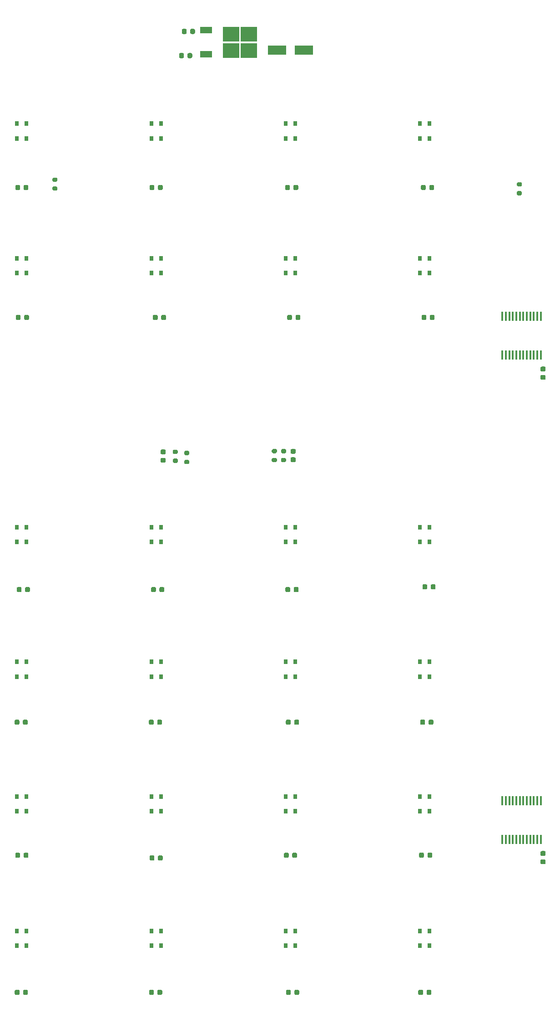
<source format=gbr>
%TF.GenerationSoftware,KiCad,Pcbnew,(5.1.7-0-10_14)*%
%TF.CreationDate,2021-09-21T18:25:25-03:00*%
%TF.ProjectId,Faduino-1,46616475-696e-46f2-9d31-2e6b69636164,1*%
%TF.SameCoordinates,Original*%
%TF.FileFunction,Paste,Top*%
%TF.FilePolarity,Positive*%
%FSLAX46Y46*%
G04 Gerber Fmt 4.6, Leading zero omitted, Abs format (unit mm)*
G04 Created by KiCad (PCBNEW (5.1.7-0-10_14)) date 2021-09-21 18:25:25*
%MOMM*%
%LPD*%
G01*
G04 APERTURE LIST*
%ADD10R,0.450000X1.750000*%
%ADD11R,0.800000X0.950000*%
%ADD12R,3.500000X1.800000*%
%ADD13R,3.050000X2.750000*%
%ADD14R,2.200000X1.200000*%
G04 APERTURE END LIST*
D10*
%TO.C,Mux_2*%
X171575000Y-181600000D03*
X170925000Y-181600000D03*
X170275000Y-181600000D03*
X169625000Y-181600000D03*
X168975000Y-181600000D03*
X168325000Y-181600000D03*
X167675000Y-181600000D03*
X167025000Y-181600000D03*
X166375000Y-181600000D03*
X165725000Y-181600000D03*
X165075000Y-181600000D03*
X164425000Y-181600000D03*
X164425000Y-174400000D03*
X165075000Y-174400000D03*
X165725000Y-174400000D03*
X166375000Y-174400000D03*
X167025000Y-174400000D03*
X167675000Y-174400000D03*
X168325000Y-174400000D03*
X168975000Y-174400000D03*
X169625000Y-174400000D03*
X170275000Y-174400000D03*
X170925000Y-174400000D03*
X171575000Y-174400000D03*
%TD*%
%TO.C,Mux_1*%
X171575000Y-91600000D03*
X170925000Y-91600000D03*
X170275000Y-91600000D03*
X169625000Y-91600000D03*
X168975000Y-91600000D03*
X168325000Y-91600000D03*
X167675000Y-91600000D03*
X167025000Y-91600000D03*
X166375000Y-91600000D03*
X165725000Y-91600000D03*
X165075000Y-91600000D03*
X164425000Y-91600000D03*
X164425000Y-84400000D03*
X165075000Y-84400000D03*
X165725000Y-84400000D03*
X166375000Y-84400000D03*
X167025000Y-84400000D03*
X167675000Y-84400000D03*
X168325000Y-84400000D03*
X168975000Y-84400000D03*
X169625000Y-84400000D03*
X170275000Y-84400000D03*
X170925000Y-84400000D03*
X171575000Y-84400000D03*
%TD*%
%TO.C,C6*%
G36*
G01*
X100935000Y-84890000D02*
X100935000Y-84390000D01*
G75*
G02*
X101160000Y-84165000I225000J0D01*
G01*
X101610000Y-84165000D01*
G75*
G02*
X101835000Y-84390000I0J-225000D01*
G01*
X101835000Y-84890000D01*
G75*
G02*
X101610000Y-85115000I-225000J0D01*
G01*
X101160000Y-85115000D01*
G75*
G02*
X100935000Y-84890000I0J225000D01*
G01*
G37*
G36*
G01*
X99385000Y-84890000D02*
X99385000Y-84390000D01*
G75*
G02*
X99610000Y-84165000I225000J0D01*
G01*
X100060000Y-84165000D01*
G75*
G02*
X100285000Y-84390000I0J-225000D01*
G01*
X100285000Y-84890000D01*
G75*
G02*
X100060000Y-85115000I-225000J0D01*
G01*
X99610000Y-85115000D01*
G75*
G02*
X99385000Y-84890000I0J225000D01*
G01*
G37*
%TD*%
%TO.C,C5*%
G36*
G01*
X74785000Y-84390000D02*
X74785000Y-84890000D01*
G75*
G02*
X74560000Y-85115000I-225000J0D01*
G01*
X74110000Y-85115000D01*
G75*
G02*
X73885000Y-84890000I0J225000D01*
G01*
X73885000Y-84390000D01*
G75*
G02*
X74110000Y-84165000I225000J0D01*
G01*
X74560000Y-84165000D01*
G75*
G02*
X74785000Y-84390000I0J-225000D01*
G01*
G37*
G36*
G01*
X76335000Y-84390000D02*
X76335000Y-84890000D01*
G75*
G02*
X76110000Y-85115000I-225000J0D01*
G01*
X75660000Y-85115000D01*
G75*
G02*
X75435000Y-84890000I0J225000D01*
G01*
X75435000Y-84390000D01*
G75*
G02*
X75660000Y-84165000I225000J0D01*
G01*
X76110000Y-84165000D01*
G75*
G02*
X76335000Y-84390000I0J-225000D01*
G01*
G37*
%TD*%
%TO.C,C8*%
G36*
G01*
X150935000Y-84890000D02*
X150935000Y-84390000D01*
G75*
G02*
X151160000Y-84165000I225000J0D01*
G01*
X151610000Y-84165000D01*
G75*
G02*
X151835000Y-84390000I0J-225000D01*
G01*
X151835000Y-84890000D01*
G75*
G02*
X151610000Y-85115000I-225000J0D01*
G01*
X151160000Y-85115000D01*
G75*
G02*
X150935000Y-84890000I0J225000D01*
G01*
G37*
G36*
G01*
X149385000Y-84890000D02*
X149385000Y-84390000D01*
G75*
G02*
X149610000Y-84165000I225000J0D01*
G01*
X150060000Y-84165000D01*
G75*
G02*
X150285000Y-84390000I0J-225000D01*
G01*
X150285000Y-84890000D01*
G75*
G02*
X150060000Y-85115000I-225000J0D01*
G01*
X149610000Y-85115000D01*
G75*
G02*
X149385000Y-84890000I0J225000D01*
G01*
G37*
%TD*%
%TO.C,C7*%
G36*
G01*
X125935000Y-84890000D02*
X125935000Y-84390000D01*
G75*
G02*
X126160000Y-84165000I225000J0D01*
G01*
X126610000Y-84165000D01*
G75*
G02*
X126835000Y-84390000I0J-225000D01*
G01*
X126835000Y-84890000D01*
G75*
G02*
X126610000Y-85115000I-225000J0D01*
G01*
X126160000Y-85115000D01*
G75*
G02*
X125935000Y-84890000I0J225000D01*
G01*
G37*
G36*
G01*
X124385000Y-84890000D02*
X124385000Y-84390000D01*
G75*
G02*
X124610000Y-84165000I225000J0D01*
G01*
X125060000Y-84165000D01*
G75*
G02*
X125285000Y-84390000I0J-225000D01*
G01*
X125285000Y-84890000D01*
G75*
G02*
X125060000Y-85115000I-225000J0D01*
G01*
X124610000Y-85115000D01*
G75*
G02*
X124385000Y-84890000I0J225000D01*
G01*
G37*
%TD*%
%TO.C,C_mux_1*%
G36*
G01*
X171750000Y-95325000D02*
X172250000Y-95325000D01*
G75*
G02*
X172475000Y-95550000I0J-225000D01*
G01*
X172475000Y-96000000D01*
G75*
G02*
X172250000Y-96225000I-225000J0D01*
G01*
X171750000Y-96225000D01*
G75*
G02*
X171525000Y-96000000I0J225000D01*
G01*
X171525000Y-95550000D01*
G75*
G02*
X171750000Y-95325000I225000J0D01*
G01*
G37*
G36*
G01*
X171750000Y-93775000D02*
X172250000Y-93775000D01*
G75*
G02*
X172475000Y-94000000I0J-225000D01*
G01*
X172475000Y-94450000D01*
G75*
G02*
X172250000Y-94675000I-225000J0D01*
G01*
X171750000Y-94675000D01*
G75*
G02*
X171525000Y-94450000I0J225000D01*
G01*
X171525000Y-94000000D01*
G75*
G02*
X171750000Y-93775000I225000J0D01*
G01*
G37*
%TD*%
%TO.C,C_mux_2*%
G36*
G01*
X171750000Y-185325000D02*
X172250000Y-185325000D01*
G75*
G02*
X172475000Y-185550000I0J-225000D01*
G01*
X172475000Y-186000000D01*
G75*
G02*
X172250000Y-186225000I-225000J0D01*
G01*
X171750000Y-186225000D01*
G75*
G02*
X171525000Y-186000000I0J225000D01*
G01*
X171525000Y-185550000D01*
G75*
G02*
X171750000Y-185325000I225000J0D01*
G01*
G37*
G36*
G01*
X171750000Y-183775000D02*
X172250000Y-183775000D01*
G75*
G02*
X172475000Y-184000000I0J-225000D01*
G01*
X172475000Y-184450000D01*
G75*
G02*
X172250000Y-184675000I-225000J0D01*
G01*
X171750000Y-184675000D01*
G75*
G02*
X171525000Y-184450000I0J225000D01*
G01*
X171525000Y-184000000D01*
G75*
G02*
X171750000Y-183775000I225000J0D01*
G01*
G37*
%TD*%
%TO.C,C_pwr_1*%
G36*
G01*
X105675000Y-31250000D02*
X105675000Y-31750000D01*
G75*
G02*
X105450000Y-31975000I-225000J0D01*
G01*
X105000000Y-31975000D01*
G75*
G02*
X104775000Y-31750000I0J225000D01*
G01*
X104775000Y-31250000D01*
G75*
G02*
X105000000Y-31025000I225000J0D01*
G01*
X105450000Y-31025000D01*
G75*
G02*
X105675000Y-31250000I0J-225000D01*
G01*
G37*
G36*
G01*
X107225000Y-31250000D02*
X107225000Y-31750000D01*
G75*
G02*
X107000000Y-31975000I-225000J0D01*
G01*
X106550000Y-31975000D01*
G75*
G02*
X106325000Y-31750000I0J225000D01*
G01*
X106325000Y-31250000D01*
G75*
G02*
X106550000Y-31025000I225000J0D01*
G01*
X107000000Y-31025000D01*
G75*
G02*
X107225000Y-31250000I0J-225000D01*
G01*
G37*
%TD*%
%TO.C,C_pwr_2*%
G36*
G01*
X105175000Y-35750000D02*
X105175000Y-36250000D01*
G75*
G02*
X104950000Y-36475000I-225000J0D01*
G01*
X104500000Y-36475000D01*
G75*
G02*
X104275000Y-36250000I0J225000D01*
G01*
X104275000Y-35750000D01*
G75*
G02*
X104500000Y-35525000I225000J0D01*
G01*
X104950000Y-35525000D01*
G75*
G02*
X105175000Y-35750000I0J-225000D01*
G01*
G37*
G36*
G01*
X106725000Y-35750000D02*
X106725000Y-36250000D01*
G75*
G02*
X106500000Y-36475000I-225000J0D01*
G01*
X106050000Y-36475000D01*
G75*
G02*
X105825000Y-36250000I0J225000D01*
G01*
X105825000Y-35750000D01*
G75*
G02*
X106050000Y-35525000I225000J0D01*
G01*
X106500000Y-35525000D01*
G75*
G02*
X106725000Y-35750000I0J-225000D01*
G01*
G37*
%TD*%
%TO.C,C1*%
G36*
G01*
X75325000Y-60750000D02*
X75325000Y-60250000D01*
G75*
G02*
X75550000Y-60025000I225000J0D01*
G01*
X76000000Y-60025000D01*
G75*
G02*
X76225000Y-60250000I0J-225000D01*
G01*
X76225000Y-60750000D01*
G75*
G02*
X76000000Y-60975000I-225000J0D01*
G01*
X75550000Y-60975000D01*
G75*
G02*
X75325000Y-60750000I0J225000D01*
G01*
G37*
G36*
G01*
X73775000Y-60750000D02*
X73775000Y-60250000D01*
G75*
G02*
X74000000Y-60025000I225000J0D01*
G01*
X74450000Y-60025000D01*
G75*
G02*
X74675000Y-60250000I0J-225000D01*
G01*
X74675000Y-60750000D01*
G75*
G02*
X74450000Y-60975000I-225000J0D01*
G01*
X74000000Y-60975000D01*
G75*
G02*
X73775000Y-60750000I0J225000D01*
G01*
G37*
%TD*%
%TO.C,C13*%
G36*
G01*
X125605000Y-135450000D02*
X125605000Y-134950000D01*
G75*
G02*
X125830000Y-134725000I225000J0D01*
G01*
X126280000Y-134725000D01*
G75*
G02*
X126505000Y-134950000I0J-225000D01*
G01*
X126505000Y-135450000D01*
G75*
G02*
X126280000Y-135675000I-225000J0D01*
G01*
X125830000Y-135675000D01*
G75*
G02*
X125605000Y-135450000I0J225000D01*
G01*
G37*
G36*
G01*
X124055000Y-135450000D02*
X124055000Y-134950000D01*
G75*
G02*
X124280000Y-134725000I225000J0D01*
G01*
X124730000Y-134725000D01*
G75*
G02*
X124955000Y-134950000I0J-225000D01*
G01*
X124955000Y-135450000D01*
G75*
G02*
X124730000Y-135675000I-225000J0D01*
G01*
X124280000Y-135675000D01*
G75*
G02*
X124055000Y-135450000I0J225000D01*
G01*
G37*
%TD*%
%TO.C,C2*%
G36*
G01*
X100325000Y-60750000D02*
X100325000Y-60250000D01*
G75*
G02*
X100550000Y-60025000I225000J0D01*
G01*
X101000000Y-60025000D01*
G75*
G02*
X101225000Y-60250000I0J-225000D01*
G01*
X101225000Y-60750000D01*
G75*
G02*
X101000000Y-60975000I-225000J0D01*
G01*
X100550000Y-60975000D01*
G75*
G02*
X100325000Y-60750000I0J225000D01*
G01*
G37*
G36*
G01*
X98775000Y-60750000D02*
X98775000Y-60250000D01*
G75*
G02*
X99000000Y-60025000I225000J0D01*
G01*
X99450000Y-60025000D01*
G75*
G02*
X99675000Y-60250000I0J-225000D01*
G01*
X99675000Y-60750000D01*
G75*
G02*
X99450000Y-60975000I-225000J0D01*
G01*
X99000000Y-60975000D01*
G75*
G02*
X98775000Y-60750000I0J225000D01*
G01*
G37*
%TD*%
%TO.C,C14*%
G36*
G01*
X151105000Y-134950000D02*
X151105000Y-134450000D01*
G75*
G02*
X151330000Y-134225000I225000J0D01*
G01*
X151780000Y-134225000D01*
G75*
G02*
X152005000Y-134450000I0J-225000D01*
G01*
X152005000Y-134950000D01*
G75*
G02*
X151780000Y-135175000I-225000J0D01*
G01*
X151330000Y-135175000D01*
G75*
G02*
X151105000Y-134950000I0J225000D01*
G01*
G37*
G36*
G01*
X149555000Y-134950000D02*
X149555000Y-134450000D01*
G75*
G02*
X149780000Y-134225000I225000J0D01*
G01*
X150230000Y-134225000D01*
G75*
G02*
X150455000Y-134450000I0J-225000D01*
G01*
X150455000Y-134950000D01*
G75*
G02*
X150230000Y-135175000I-225000J0D01*
G01*
X149780000Y-135175000D01*
G75*
G02*
X149555000Y-134950000I0J225000D01*
G01*
G37*
%TD*%
%TO.C,C3*%
G36*
G01*
X125550000Y-60750000D02*
X125550000Y-60250000D01*
G75*
G02*
X125775000Y-60025000I225000J0D01*
G01*
X126225000Y-60025000D01*
G75*
G02*
X126450000Y-60250000I0J-225000D01*
G01*
X126450000Y-60750000D01*
G75*
G02*
X126225000Y-60975000I-225000J0D01*
G01*
X125775000Y-60975000D01*
G75*
G02*
X125550000Y-60750000I0J225000D01*
G01*
G37*
G36*
G01*
X124000000Y-60750000D02*
X124000000Y-60250000D01*
G75*
G02*
X124225000Y-60025000I225000J0D01*
G01*
X124675000Y-60025000D01*
G75*
G02*
X124900000Y-60250000I0J-225000D01*
G01*
X124900000Y-60750000D01*
G75*
G02*
X124675000Y-60975000I-225000J0D01*
G01*
X124225000Y-60975000D01*
G75*
G02*
X124000000Y-60750000I0J225000D01*
G01*
G37*
%TD*%
%TO.C,C15*%
G36*
G01*
X75195000Y-160090000D02*
X75195000Y-159590000D01*
G75*
G02*
X75420000Y-159365000I225000J0D01*
G01*
X75870000Y-159365000D01*
G75*
G02*
X76095000Y-159590000I0J-225000D01*
G01*
X76095000Y-160090000D01*
G75*
G02*
X75870000Y-160315000I-225000J0D01*
G01*
X75420000Y-160315000D01*
G75*
G02*
X75195000Y-160090000I0J225000D01*
G01*
G37*
G36*
G01*
X73645000Y-160090000D02*
X73645000Y-159590000D01*
G75*
G02*
X73870000Y-159365000I225000J0D01*
G01*
X74320000Y-159365000D01*
G75*
G02*
X74545000Y-159590000I0J-225000D01*
G01*
X74545000Y-160090000D01*
G75*
G02*
X74320000Y-160315000I-225000J0D01*
G01*
X73870000Y-160315000D01*
G75*
G02*
X73645000Y-160090000I0J225000D01*
G01*
G37*
%TD*%
%TO.C,C4*%
G36*
G01*
X150175000Y-60250000D02*
X150175000Y-60750000D01*
G75*
G02*
X149950000Y-60975000I-225000J0D01*
G01*
X149500000Y-60975000D01*
G75*
G02*
X149275000Y-60750000I0J225000D01*
G01*
X149275000Y-60250000D01*
G75*
G02*
X149500000Y-60025000I225000J0D01*
G01*
X149950000Y-60025000D01*
G75*
G02*
X150175000Y-60250000I0J-225000D01*
G01*
G37*
G36*
G01*
X151725000Y-60250000D02*
X151725000Y-60750000D01*
G75*
G02*
X151500000Y-60975000I-225000J0D01*
G01*
X151050000Y-60975000D01*
G75*
G02*
X150825000Y-60750000I0J225000D01*
G01*
X150825000Y-60250000D01*
G75*
G02*
X151050000Y-60025000I225000J0D01*
G01*
X151500000Y-60025000D01*
G75*
G02*
X151725000Y-60250000I0J-225000D01*
G01*
G37*
%TD*%
%TO.C,C16*%
G36*
G01*
X100195000Y-160090000D02*
X100195000Y-159590000D01*
G75*
G02*
X100420000Y-159365000I225000J0D01*
G01*
X100870000Y-159365000D01*
G75*
G02*
X101095000Y-159590000I0J-225000D01*
G01*
X101095000Y-160090000D01*
G75*
G02*
X100870000Y-160315000I-225000J0D01*
G01*
X100420000Y-160315000D01*
G75*
G02*
X100195000Y-160090000I0J225000D01*
G01*
G37*
G36*
G01*
X98645000Y-160090000D02*
X98645000Y-159590000D01*
G75*
G02*
X98870000Y-159365000I225000J0D01*
G01*
X99320000Y-159365000D01*
G75*
G02*
X99545000Y-159590000I0J-225000D01*
G01*
X99545000Y-160090000D01*
G75*
G02*
X99320000Y-160315000I-225000J0D01*
G01*
X98870000Y-160315000D01*
G75*
G02*
X98645000Y-160090000I0J225000D01*
G01*
G37*
%TD*%
%TO.C,C17*%
G36*
G01*
X125695000Y-160090000D02*
X125695000Y-159590000D01*
G75*
G02*
X125920000Y-159365000I225000J0D01*
G01*
X126370000Y-159365000D01*
G75*
G02*
X126595000Y-159590000I0J-225000D01*
G01*
X126595000Y-160090000D01*
G75*
G02*
X126370000Y-160315000I-225000J0D01*
G01*
X125920000Y-160315000D01*
G75*
G02*
X125695000Y-160090000I0J225000D01*
G01*
G37*
G36*
G01*
X124145000Y-160090000D02*
X124145000Y-159590000D01*
G75*
G02*
X124370000Y-159365000I225000J0D01*
G01*
X124820000Y-159365000D01*
G75*
G02*
X125045000Y-159590000I0J-225000D01*
G01*
X125045000Y-160090000D01*
G75*
G02*
X124820000Y-160315000I-225000J0D01*
G01*
X124370000Y-160315000D01*
G75*
G02*
X124145000Y-160090000I0J225000D01*
G01*
G37*
%TD*%
%TO.C,C18*%
G36*
G01*
X150695000Y-160090000D02*
X150695000Y-159590000D01*
G75*
G02*
X150920000Y-159365000I225000J0D01*
G01*
X151370000Y-159365000D01*
G75*
G02*
X151595000Y-159590000I0J-225000D01*
G01*
X151595000Y-160090000D01*
G75*
G02*
X151370000Y-160315000I-225000J0D01*
G01*
X150920000Y-160315000D01*
G75*
G02*
X150695000Y-160090000I0J225000D01*
G01*
G37*
G36*
G01*
X149145000Y-160090000D02*
X149145000Y-159590000D01*
G75*
G02*
X149370000Y-159365000I225000J0D01*
G01*
X149820000Y-159365000D01*
G75*
G02*
X150045000Y-159590000I0J-225000D01*
G01*
X150045000Y-160090000D01*
G75*
G02*
X149820000Y-160315000I-225000J0D01*
G01*
X149370000Y-160315000D01*
G75*
G02*
X149145000Y-160090000I0J225000D01*
G01*
G37*
%TD*%
%TO.C,C19*%
G36*
G01*
X75325000Y-184810000D02*
X75325000Y-184310000D01*
G75*
G02*
X75550000Y-184085000I225000J0D01*
G01*
X76000000Y-184085000D01*
G75*
G02*
X76225000Y-184310000I0J-225000D01*
G01*
X76225000Y-184810000D01*
G75*
G02*
X76000000Y-185035000I-225000J0D01*
G01*
X75550000Y-185035000D01*
G75*
G02*
X75325000Y-184810000I0J225000D01*
G01*
G37*
G36*
G01*
X73775000Y-184810000D02*
X73775000Y-184310000D01*
G75*
G02*
X74000000Y-184085000I225000J0D01*
G01*
X74450000Y-184085000D01*
G75*
G02*
X74675000Y-184310000I0J-225000D01*
G01*
X74675000Y-184810000D01*
G75*
G02*
X74450000Y-185035000I-225000J0D01*
G01*
X74000000Y-185035000D01*
G75*
G02*
X73775000Y-184810000I0J225000D01*
G01*
G37*
%TD*%
%TO.C,C20*%
G36*
G01*
X100325000Y-185310000D02*
X100325000Y-184810000D01*
G75*
G02*
X100550000Y-184585000I225000J0D01*
G01*
X101000000Y-184585000D01*
G75*
G02*
X101225000Y-184810000I0J-225000D01*
G01*
X101225000Y-185310000D01*
G75*
G02*
X101000000Y-185535000I-225000J0D01*
G01*
X100550000Y-185535000D01*
G75*
G02*
X100325000Y-185310000I0J225000D01*
G01*
G37*
G36*
G01*
X98775000Y-185310000D02*
X98775000Y-184810000D01*
G75*
G02*
X99000000Y-184585000I225000J0D01*
G01*
X99450000Y-184585000D01*
G75*
G02*
X99675000Y-184810000I0J-225000D01*
G01*
X99675000Y-185310000D01*
G75*
G02*
X99450000Y-185535000I-225000J0D01*
G01*
X99000000Y-185535000D01*
G75*
G02*
X98775000Y-185310000I0J225000D01*
G01*
G37*
%TD*%
%TO.C,C9*%
G36*
G01*
X150485000Y-184790000D02*
X150485000Y-184290000D01*
G75*
G02*
X150710000Y-184065000I225000J0D01*
G01*
X151160000Y-184065000D01*
G75*
G02*
X151385000Y-184290000I0J-225000D01*
G01*
X151385000Y-184790000D01*
G75*
G02*
X151160000Y-185015000I-225000J0D01*
G01*
X150710000Y-185015000D01*
G75*
G02*
X150485000Y-184790000I0J225000D01*
G01*
G37*
G36*
G01*
X148935000Y-184790000D02*
X148935000Y-184290000D01*
G75*
G02*
X149160000Y-184065000I225000J0D01*
G01*
X149610000Y-184065000D01*
G75*
G02*
X149835000Y-184290000I0J-225000D01*
G01*
X149835000Y-184790000D01*
G75*
G02*
X149610000Y-185015000I-225000J0D01*
G01*
X149160000Y-185015000D01*
G75*
G02*
X148935000Y-184790000I0J225000D01*
G01*
G37*
%TD*%
%TO.C,C21*%
G36*
G01*
X125325000Y-184810000D02*
X125325000Y-184310000D01*
G75*
G02*
X125550000Y-184085000I225000J0D01*
G01*
X126000000Y-184085000D01*
G75*
G02*
X126225000Y-184310000I0J-225000D01*
G01*
X126225000Y-184810000D01*
G75*
G02*
X126000000Y-185035000I-225000J0D01*
G01*
X125550000Y-185035000D01*
G75*
G02*
X125325000Y-184810000I0J225000D01*
G01*
G37*
G36*
G01*
X123775000Y-184810000D02*
X123775000Y-184310000D01*
G75*
G02*
X124000000Y-184085000I225000J0D01*
G01*
X124450000Y-184085000D01*
G75*
G02*
X124675000Y-184310000I0J-225000D01*
G01*
X124675000Y-184810000D01*
G75*
G02*
X124450000Y-185035000I-225000J0D01*
G01*
X124000000Y-185035000D01*
G75*
G02*
X123775000Y-184810000I0J225000D01*
G01*
G37*
%TD*%
%TO.C,C10*%
G36*
G01*
X150325000Y-210280000D02*
X150325000Y-209780000D01*
G75*
G02*
X150550000Y-209555000I225000J0D01*
G01*
X151000000Y-209555000D01*
G75*
G02*
X151225000Y-209780000I0J-225000D01*
G01*
X151225000Y-210280000D01*
G75*
G02*
X151000000Y-210505000I-225000J0D01*
G01*
X150550000Y-210505000D01*
G75*
G02*
X150325000Y-210280000I0J225000D01*
G01*
G37*
G36*
G01*
X148775000Y-210280000D02*
X148775000Y-209780000D01*
G75*
G02*
X149000000Y-209555000I225000J0D01*
G01*
X149450000Y-209555000D01*
G75*
G02*
X149675000Y-209780000I0J-225000D01*
G01*
X149675000Y-210280000D01*
G75*
G02*
X149450000Y-210505000I-225000J0D01*
G01*
X149000000Y-210505000D01*
G75*
G02*
X148775000Y-210280000I0J225000D01*
G01*
G37*
%TD*%
%TO.C,C22*%
G36*
G01*
X75225000Y-210280000D02*
X75225000Y-209780000D01*
G75*
G02*
X75450000Y-209555000I225000J0D01*
G01*
X75900000Y-209555000D01*
G75*
G02*
X76125000Y-209780000I0J-225000D01*
G01*
X76125000Y-210280000D01*
G75*
G02*
X75900000Y-210505000I-225000J0D01*
G01*
X75450000Y-210505000D01*
G75*
G02*
X75225000Y-210280000I0J225000D01*
G01*
G37*
G36*
G01*
X73675000Y-210280000D02*
X73675000Y-209780000D01*
G75*
G02*
X73900000Y-209555000I225000J0D01*
G01*
X74350000Y-209555000D01*
G75*
G02*
X74575000Y-209780000I0J-225000D01*
G01*
X74575000Y-210280000D01*
G75*
G02*
X74350000Y-210505000I-225000J0D01*
G01*
X73900000Y-210505000D01*
G75*
G02*
X73675000Y-210280000I0J225000D01*
G01*
G37*
%TD*%
%TO.C,C11*%
G36*
G01*
X75605000Y-135450000D02*
X75605000Y-134950000D01*
G75*
G02*
X75830000Y-134725000I225000J0D01*
G01*
X76280000Y-134725000D01*
G75*
G02*
X76505000Y-134950000I0J-225000D01*
G01*
X76505000Y-135450000D01*
G75*
G02*
X76280000Y-135675000I-225000J0D01*
G01*
X75830000Y-135675000D01*
G75*
G02*
X75605000Y-135450000I0J225000D01*
G01*
G37*
G36*
G01*
X74055000Y-135450000D02*
X74055000Y-134950000D01*
G75*
G02*
X74280000Y-134725000I225000J0D01*
G01*
X74730000Y-134725000D01*
G75*
G02*
X74955000Y-134950000I0J-225000D01*
G01*
X74955000Y-135450000D01*
G75*
G02*
X74730000Y-135675000I-225000J0D01*
G01*
X74280000Y-135675000D01*
G75*
G02*
X74055000Y-135450000I0J225000D01*
G01*
G37*
%TD*%
%TO.C,C23*%
G36*
G01*
X100225000Y-210280000D02*
X100225000Y-209780000D01*
G75*
G02*
X100450000Y-209555000I225000J0D01*
G01*
X100900000Y-209555000D01*
G75*
G02*
X101125000Y-209780000I0J-225000D01*
G01*
X101125000Y-210280000D01*
G75*
G02*
X100900000Y-210505000I-225000J0D01*
G01*
X100450000Y-210505000D01*
G75*
G02*
X100225000Y-210280000I0J225000D01*
G01*
G37*
G36*
G01*
X98675000Y-210280000D02*
X98675000Y-209780000D01*
G75*
G02*
X98900000Y-209555000I225000J0D01*
G01*
X99350000Y-209555000D01*
G75*
G02*
X99575000Y-209780000I0J-225000D01*
G01*
X99575000Y-210280000D01*
G75*
G02*
X99350000Y-210505000I-225000J0D01*
G01*
X98900000Y-210505000D01*
G75*
G02*
X98675000Y-210280000I0J225000D01*
G01*
G37*
%TD*%
%TO.C,C12*%
G36*
G01*
X100605000Y-135450000D02*
X100605000Y-134950000D01*
G75*
G02*
X100830000Y-134725000I225000J0D01*
G01*
X101280000Y-134725000D01*
G75*
G02*
X101505000Y-134950000I0J-225000D01*
G01*
X101505000Y-135450000D01*
G75*
G02*
X101280000Y-135675000I-225000J0D01*
G01*
X100830000Y-135675000D01*
G75*
G02*
X100605000Y-135450000I0J225000D01*
G01*
G37*
G36*
G01*
X99055000Y-135450000D02*
X99055000Y-134950000D01*
G75*
G02*
X99280000Y-134725000I225000J0D01*
G01*
X99730000Y-134725000D01*
G75*
G02*
X99955000Y-134950000I0J-225000D01*
G01*
X99955000Y-135450000D01*
G75*
G02*
X99730000Y-135675000I-225000J0D01*
G01*
X99280000Y-135675000D01*
G75*
G02*
X99055000Y-135450000I0J225000D01*
G01*
G37*
%TD*%
%TO.C,C24*%
G36*
G01*
X125725000Y-210280000D02*
X125725000Y-209780000D01*
G75*
G02*
X125950000Y-209555000I225000J0D01*
G01*
X126400000Y-209555000D01*
G75*
G02*
X126625000Y-209780000I0J-225000D01*
G01*
X126625000Y-210280000D01*
G75*
G02*
X126400000Y-210505000I-225000J0D01*
G01*
X125950000Y-210505000D01*
G75*
G02*
X125725000Y-210280000I0J225000D01*
G01*
G37*
G36*
G01*
X124175000Y-210280000D02*
X124175000Y-209780000D01*
G75*
G02*
X124400000Y-209555000I225000J0D01*
G01*
X124850000Y-209555000D01*
G75*
G02*
X125075000Y-209780000I0J-225000D01*
G01*
X125075000Y-210280000D01*
G75*
G02*
X124850000Y-210505000I-225000J0D01*
G01*
X124400000Y-210505000D01*
G75*
G02*
X124175000Y-210280000I0J225000D01*
G01*
G37*
%TD*%
%TO.C,C_enc_1*%
G36*
G01*
X101050000Y-110725000D02*
X101550000Y-110725000D01*
G75*
G02*
X101775000Y-110950000I0J-225000D01*
G01*
X101775000Y-111400000D01*
G75*
G02*
X101550000Y-111625000I-225000J0D01*
G01*
X101050000Y-111625000D01*
G75*
G02*
X100825000Y-111400000I0J225000D01*
G01*
X100825000Y-110950000D01*
G75*
G02*
X101050000Y-110725000I225000J0D01*
G01*
G37*
G36*
G01*
X101050000Y-109175000D02*
X101550000Y-109175000D01*
G75*
G02*
X101775000Y-109400000I0J-225000D01*
G01*
X101775000Y-109850000D01*
G75*
G02*
X101550000Y-110075000I-225000J0D01*
G01*
X101050000Y-110075000D01*
G75*
G02*
X100825000Y-109850000I0J225000D01*
G01*
X100825000Y-109400000D01*
G75*
G02*
X101050000Y-109175000I225000J0D01*
G01*
G37*
%TD*%
%TO.C,C_enc_2*%
G36*
G01*
X125250000Y-110625000D02*
X125750000Y-110625000D01*
G75*
G02*
X125975000Y-110850000I0J-225000D01*
G01*
X125975000Y-111300000D01*
G75*
G02*
X125750000Y-111525000I-225000J0D01*
G01*
X125250000Y-111525000D01*
G75*
G02*
X125025000Y-111300000I0J225000D01*
G01*
X125025000Y-110850000D01*
G75*
G02*
X125250000Y-110625000I225000J0D01*
G01*
G37*
G36*
G01*
X125250000Y-109075000D02*
X125750000Y-109075000D01*
G75*
G02*
X125975000Y-109300000I0J-225000D01*
G01*
X125975000Y-109750000D01*
G75*
G02*
X125750000Y-109975000I-225000J0D01*
G01*
X125250000Y-109975000D01*
G75*
G02*
X125025000Y-109750000I0J225000D01*
G01*
X125025000Y-109300000D01*
G75*
G02*
X125250000Y-109075000I225000J0D01*
G01*
G37*
%TD*%
D11*
%TO.C,D2*%
X99110000Y-51365000D03*
X99110000Y-48635000D03*
X100890000Y-48635000D03*
X100890000Y-51365000D03*
%TD*%
%TO.C,D3*%
X124110000Y-51365000D03*
X124110000Y-48635000D03*
X125890000Y-48635000D03*
X125890000Y-51365000D03*
%TD*%
%TO.C,D4*%
X149110000Y-51365000D03*
X149110000Y-48635000D03*
X150890000Y-48635000D03*
X150890000Y-51365000D03*
%TD*%
%TO.C,D5*%
X74110000Y-76365000D03*
X74110000Y-73635000D03*
X75890000Y-73635000D03*
X75890000Y-76365000D03*
%TD*%
%TO.C,D6*%
X99110000Y-76365000D03*
X99110000Y-73635000D03*
X100890000Y-73635000D03*
X100890000Y-76365000D03*
%TD*%
%TO.C,D7*%
X124110000Y-76365000D03*
X124110000Y-73635000D03*
X125890000Y-73635000D03*
X125890000Y-76365000D03*
%TD*%
%TO.C,D8*%
X149110000Y-76365000D03*
X149110000Y-73635000D03*
X150890000Y-73635000D03*
X150890000Y-76365000D03*
%TD*%
%TO.C,D9*%
X149110000Y-176365000D03*
X149110000Y-173635000D03*
X150890000Y-173635000D03*
X150890000Y-176365000D03*
%TD*%
%TO.C,D10*%
X149110000Y-201365000D03*
X149110000Y-198635000D03*
X150890000Y-198635000D03*
X150890000Y-201365000D03*
%TD*%
%TO.C,D11*%
X74110000Y-126365000D03*
X74110000Y-123635000D03*
X75890000Y-123635000D03*
X75890000Y-126365000D03*
%TD*%
%TO.C,D12*%
X99110000Y-126365000D03*
X99110000Y-123635000D03*
X100890000Y-123635000D03*
X100890000Y-126365000D03*
%TD*%
%TO.C,D13*%
X124110000Y-126365000D03*
X124110000Y-123635000D03*
X125890000Y-123635000D03*
X125890000Y-126365000D03*
%TD*%
%TO.C,D14*%
X149110000Y-126365000D03*
X149110000Y-123635000D03*
X150890000Y-123635000D03*
X150890000Y-126365000D03*
%TD*%
%TO.C,D15*%
X74110000Y-151365000D03*
X74110000Y-148635000D03*
X75890000Y-148635000D03*
X75890000Y-151365000D03*
%TD*%
%TO.C,D16*%
X99110000Y-151365000D03*
X99110000Y-148635000D03*
X100890000Y-148635000D03*
X100890000Y-151365000D03*
%TD*%
%TO.C,D17*%
X124110000Y-151365000D03*
X124110000Y-148635000D03*
X125890000Y-148635000D03*
X125890000Y-151365000D03*
%TD*%
%TO.C,D18*%
X149110000Y-151365000D03*
X149110000Y-148635000D03*
X150890000Y-148635000D03*
X150890000Y-151365000D03*
%TD*%
%TO.C,D19*%
X74110000Y-176365000D03*
X74110000Y-173635000D03*
X75890000Y-173635000D03*
X75890000Y-176365000D03*
%TD*%
%TO.C,D20*%
X99110000Y-176365000D03*
X99110000Y-173635000D03*
X100890000Y-173635000D03*
X100890000Y-176365000D03*
%TD*%
%TO.C,D21*%
X124110000Y-176365000D03*
X124110000Y-173635000D03*
X125890000Y-173635000D03*
X125890000Y-176365000D03*
%TD*%
%TO.C,D22*%
X74110000Y-201365000D03*
X74110000Y-198635000D03*
X75890000Y-198635000D03*
X75890000Y-201365000D03*
%TD*%
%TO.C,D23*%
X99110000Y-201365000D03*
X99110000Y-198635000D03*
X100890000Y-198635000D03*
X100890000Y-201365000D03*
%TD*%
%TO.C,D24*%
X124110000Y-201365000D03*
X124110000Y-198635000D03*
X125890000Y-198635000D03*
X125890000Y-201365000D03*
%TD*%
%TO.C,D_1*%
X74110000Y-51365000D03*
X74110000Y-48635000D03*
X75890000Y-48635000D03*
X75890000Y-51365000D03*
%TD*%
D12*
%TO.C,Diode1*%
X127500000Y-35000000D03*
X122500000Y-35000000D03*
%TD*%
%TO.C,R1*%
G36*
G01*
X167325000Y-61165000D02*
X167875000Y-61165000D01*
G75*
G02*
X168075000Y-61365000I0J-200000D01*
G01*
X168075000Y-61765000D01*
G75*
G02*
X167875000Y-61965000I-200000J0D01*
G01*
X167325000Y-61965000D01*
G75*
G02*
X167125000Y-61765000I0J200000D01*
G01*
X167125000Y-61365000D01*
G75*
G02*
X167325000Y-61165000I200000J0D01*
G01*
G37*
G36*
G01*
X167325000Y-59515000D02*
X167875000Y-59515000D01*
G75*
G02*
X168075000Y-59715000I0J-200000D01*
G01*
X168075000Y-60115000D01*
G75*
G02*
X167875000Y-60315000I-200000J0D01*
G01*
X167325000Y-60315000D01*
G75*
G02*
X167125000Y-60115000I0J200000D01*
G01*
X167125000Y-59715000D01*
G75*
G02*
X167325000Y-59515000I200000J0D01*
G01*
G37*
%TD*%
%TO.C,R2*%
G36*
G01*
X103825000Y-110025000D02*
X103275000Y-110025000D01*
G75*
G02*
X103075000Y-109825000I0J200000D01*
G01*
X103075000Y-109425000D01*
G75*
G02*
X103275000Y-109225000I200000J0D01*
G01*
X103825000Y-109225000D01*
G75*
G02*
X104025000Y-109425000I0J-200000D01*
G01*
X104025000Y-109825000D01*
G75*
G02*
X103825000Y-110025000I-200000J0D01*
G01*
G37*
G36*
G01*
X103825000Y-111675000D02*
X103275000Y-111675000D01*
G75*
G02*
X103075000Y-111475000I0J200000D01*
G01*
X103075000Y-111075000D01*
G75*
G02*
X103275000Y-110875000I200000J0D01*
G01*
X103825000Y-110875000D01*
G75*
G02*
X104025000Y-111075000I0J-200000D01*
G01*
X104025000Y-111475000D01*
G75*
G02*
X103825000Y-111675000I-200000J0D01*
G01*
G37*
%TD*%
%TO.C,R3*%
G36*
G01*
X105965000Y-110235000D02*
X105415000Y-110235000D01*
G75*
G02*
X105215000Y-110035000I0J200000D01*
G01*
X105215000Y-109635000D01*
G75*
G02*
X105415000Y-109435000I200000J0D01*
G01*
X105965000Y-109435000D01*
G75*
G02*
X106165000Y-109635000I0J-200000D01*
G01*
X106165000Y-110035000D01*
G75*
G02*
X105965000Y-110235000I-200000J0D01*
G01*
G37*
G36*
G01*
X105965000Y-111885000D02*
X105415000Y-111885000D01*
G75*
G02*
X105215000Y-111685000I0J200000D01*
G01*
X105215000Y-111285000D01*
G75*
G02*
X105415000Y-111085000I200000J0D01*
G01*
X105965000Y-111085000D01*
G75*
G02*
X106165000Y-111285000I0J-200000D01*
G01*
X106165000Y-111685000D01*
G75*
G02*
X105965000Y-111885000I-200000J0D01*
G01*
G37*
%TD*%
%TO.C,R4*%
G36*
G01*
X122275000Y-109875000D02*
X121725000Y-109875000D01*
G75*
G02*
X121525000Y-109675000I0J200000D01*
G01*
X121525000Y-109275000D01*
G75*
G02*
X121725000Y-109075000I200000J0D01*
G01*
X122275000Y-109075000D01*
G75*
G02*
X122475000Y-109275000I0J-200000D01*
G01*
X122475000Y-109675000D01*
G75*
G02*
X122275000Y-109875000I-200000J0D01*
G01*
G37*
G36*
G01*
X122275000Y-111525000D02*
X121725000Y-111525000D01*
G75*
G02*
X121525000Y-111325000I0J200000D01*
G01*
X121525000Y-110925000D01*
G75*
G02*
X121725000Y-110725000I200000J0D01*
G01*
X122275000Y-110725000D01*
G75*
G02*
X122475000Y-110925000I0J-200000D01*
G01*
X122475000Y-111325000D01*
G75*
G02*
X122275000Y-111525000I-200000J0D01*
G01*
G37*
%TD*%
%TO.C,R5*%
G36*
G01*
X123425000Y-110725000D02*
X123975000Y-110725000D01*
G75*
G02*
X124175000Y-110925000I0J-200000D01*
G01*
X124175000Y-111325000D01*
G75*
G02*
X123975000Y-111525000I-200000J0D01*
G01*
X123425000Y-111525000D01*
G75*
G02*
X123225000Y-111325000I0J200000D01*
G01*
X123225000Y-110925000D01*
G75*
G02*
X123425000Y-110725000I200000J0D01*
G01*
G37*
G36*
G01*
X123425000Y-109075000D02*
X123975000Y-109075000D01*
G75*
G02*
X124175000Y-109275000I0J-200000D01*
G01*
X124175000Y-109675000D01*
G75*
G02*
X123975000Y-109875000I-200000J0D01*
G01*
X123425000Y-109875000D01*
G75*
G02*
X123225000Y-109675000I0J200000D01*
G01*
X123225000Y-109275000D01*
G75*
G02*
X123425000Y-109075000I200000J0D01*
G01*
G37*
%TD*%
%TO.C,R19*%
G36*
G01*
X81435000Y-59445000D02*
X80885000Y-59445000D01*
G75*
G02*
X80685000Y-59245000I0J200000D01*
G01*
X80685000Y-58845000D01*
G75*
G02*
X80885000Y-58645000I200000J0D01*
G01*
X81435000Y-58645000D01*
G75*
G02*
X81635000Y-58845000I0J-200000D01*
G01*
X81635000Y-59245000D01*
G75*
G02*
X81435000Y-59445000I-200000J0D01*
G01*
G37*
G36*
G01*
X81435000Y-61095000D02*
X80885000Y-61095000D01*
G75*
G02*
X80685000Y-60895000I0J200000D01*
G01*
X80685000Y-60495000D01*
G75*
G02*
X80885000Y-60295000I200000J0D01*
G01*
X81435000Y-60295000D01*
G75*
G02*
X81635000Y-60495000I0J-200000D01*
G01*
X81635000Y-60895000D01*
G75*
G02*
X81435000Y-61095000I-200000J0D01*
G01*
G37*
%TD*%
D13*
%TO.C,Tension_reg1*%
X113925000Y-35025000D03*
X117275000Y-31975000D03*
X113925000Y-31975000D03*
X117275000Y-35025000D03*
D14*
X109300000Y-35780000D03*
X109300000Y-31220000D03*
%TD*%
M02*

</source>
